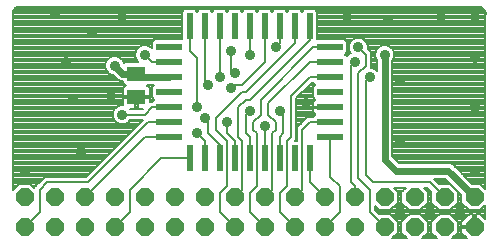
<source format=gtl>
G75*
%MOIN*%
%OFA0B0*%
%FSLAX25Y25*%
%IPPOS*%
%LPD*%
%AMOC8*
5,1,8,0,0,1.08239X$1,22.5*
%
%ADD10R,0.08661X0.02362*%
%ADD11R,0.02362X0.08661*%
%ADD12OC8,0.06000*%
%ADD13R,0.06299X0.05118*%
%ADD14C,0.00800*%
%ADD15C,0.03569*%
%ADD16C,0.02400*%
D10*
X0054760Y0036400D03*
X0054760Y0041400D03*
X0054760Y0046400D03*
X0054760Y0051400D03*
X0054760Y0056400D03*
X0054760Y0061400D03*
X0054760Y0066400D03*
X0108540Y0066400D03*
X0108540Y0061400D03*
X0108540Y0056400D03*
X0108540Y0051400D03*
X0108540Y0046400D03*
X0108540Y0041400D03*
X0108540Y0036400D03*
D11*
X0101650Y0029510D03*
X0096650Y0029510D03*
X0091650Y0029510D03*
X0086650Y0029510D03*
X0081650Y0029510D03*
X0076650Y0029510D03*
X0071650Y0029510D03*
X0066650Y0029510D03*
X0061650Y0029510D03*
X0061650Y0073290D03*
X0066650Y0073290D03*
X0071650Y0073290D03*
X0076650Y0073290D03*
X0081650Y0073290D03*
X0086650Y0073290D03*
X0091650Y0073290D03*
X0096650Y0073290D03*
X0101650Y0073290D03*
D12*
X0006650Y0006400D03*
X0016650Y0006400D03*
X0026650Y0006400D03*
X0036650Y0006400D03*
X0046650Y0006400D03*
X0056650Y0006400D03*
X0066650Y0006400D03*
X0076650Y0006400D03*
X0086650Y0006400D03*
X0096650Y0006400D03*
X0106650Y0006400D03*
X0116650Y0006400D03*
X0126650Y0006400D03*
X0136650Y0006400D03*
X0146650Y0006400D03*
X0156650Y0006400D03*
X0156650Y0016400D03*
X0146650Y0016400D03*
X0136650Y0016400D03*
X0126650Y0016400D03*
X0116650Y0016400D03*
X0106650Y0016400D03*
X0096650Y0016400D03*
X0086650Y0016400D03*
X0076650Y0016400D03*
X0066650Y0016400D03*
X0056650Y0016400D03*
X0046650Y0016400D03*
X0036650Y0016400D03*
X0026650Y0016400D03*
X0016650Y0016400D03*
X0006650Y0016400D03*
D13*
X0043900Y0049713D03*
X0043900Y0057587D03*
D14*
X0039350Y0054987D02*
X0038696Y0054987D01*
X0037740Y0055383D01*
X0036157Y0056966D01*
X0036017Y0056966D01*
X0034846Y0057451D01*
X0033951Y0058346D01*
X0033466Y0059517D01*
X0033466Y0060783D01*
X0033951Y0061954D01*
X0034846Y0062849D01*
X0036017Y0063334D01*
X0037283Y0063334D01*
X0038454Y0062849D01*
X0039349Y0061954D01*
X0039709Y0061085D01*
X0040170Y0061546D01*
X0044501Y0061546D01*
X0043951Y0062096D01*
X0043466Y0063267D01*
X0043466Y0064533D01*
X0043951Y0065704D01*
X0044846Y0066599D01*
X0046017Y0067084D01*
X0047283Y0067084D01*
X0048454Y0066599D01*
X0049030Y0066024D01*
X0049030Y0068161D01*
X0049850Y0068981D01*
X0059069Y0068981D01*
X0059069Y0078200D01*
X0059889Y0079020D01*
X0063411Y0079020D01*
X0064150Y0078281D01*
X0064889Y0079020D01*
X0068411Y0079020D01*
X0069150Y0078281D01*
X0069889Y0079020D01*
X0073411Y0079020D01*
X0074150Y0078281D01*
X0074889Y0079020D01*
X0078411Y0079020D01*
X0079150Y0078281D01*
X0079889Y0079020D01*
X0083411Y0079020D01*
X0084150Y0078281D01*
X0084889Y0079020D01*
X0088411Y0079020D01*
X0089150Y0078281D01*
X0089889Y0079020D01*
X0093411Y0079020D01*
X0094150Y0078281D01*
X0094889Y0079020D01*
X0098411Y0079020D01*
X0099150Y0078281D01*
X0099889Y0079020D01*
X0103411Y0079020D01*
X0104231Y0078200D01*
X0104231Y0068981D01*
X0113450Y0068981D01*
X0114270Y0068161D01*
X0114270Y0064639D01*
X0113531Y0063900D01*
X0114089Y0063342D01*
X0114846Y0064099D01*
X0115448Y0064349D01*
X0115201Y0064596D01*
X0114716Y0065767D01*
X0114716Y0067033D01*
X0115201Y0068204D01*
X0116096Y0069099D01*
X0117267Y0069584D01*
X0118533Y0069584D01*
X0119704Y0069099D01*
X0120599Y0068204D01*
X0121084Y0067033D01*
X0121084Y0065767D01*
X0121083Y0065763D01*
X0121146Y0065700D01*
X0122200Y0064646D01*
X0122200Y0060896D01*
X0122200Y0059584D01*
X0122283Y0059584D01*
X0123454Y0059099D01*
X0124050Y0058503D01*
X0124050Y0061997D01*
X0123951Y0062096D01*
X0123466Y0063267D01*
X0123466Y0064533D01*
X0123951Y0065704D01*
X0124846Y0066599D01*
X0126017Y0067084D01*
X0127283Y0067084D01*
X0128454Y0066599D01*
X0129349Y0065704D01*
X0129834Y0064533D01*
X0129834Y0063267D01*
X0129349Y0062096D01*
X0129250Y0061997D01*
X0129250Y0029977D01*
X0131477Y0027750D01*
X0148417Y0027750D01*
X0149373Y0027354D01*
X0155927Y0020800D01*
X0158473Y0020800D01*
X0160250Y0019023D01*
X0160250Y0076456D01*
X0160172Y0076566D01*
X0160250Y0077020D01*
X0160250Y0077480D01*
X0160299Y0077529D01*
X0160303Y0077583D01*
X0160107Y0078451D01*
X0159594Y0079177D01*
X0158843Y0079652D01*
X0158486Y0079750D01*
X0004400Y0079750D01*
X0003986Y0079695D01*
X0003269Y0079281D01*
X0002855Y0078564D01*
X0002800Y0078150D01*
X0002800Y0018773D01*
X0004827Y0020800D01*
X0008473Y0020800D01*
X0009850Y0019423D01*
X0009850Y0019646D01*
X0012350Y0022146D01*
X0013404Y0023200D01*
X0027154Y0023200D01*
X0046054Y0042100D01*
X0041851Y0042100D01*
X0041849Y0042096D01*
X0040954Y0041201D01*
X0039783Y0040716D01*
X0038517Y0040716D01*
X0037346Y0041201D01*
X0036451Y0042096D01*
X0035966Y0043267D01*
X0035966Y0044533D01*
X0036451Y0045704D01*
X0037346Y0046599D01*
X0038517Y0047084D01*
X0039350Y0047084D01*
X0039350Y0049313D01*
X0043500Y0049313D01*
X0043500Y0050113D01*
X0039350Y0050113D01*
X0039350Y0052456D01*
X0039446Y0052812D01*
X0039630Y0053132D01*
X0039891Y0053392D01*
X0040210Y0053577D01*
X0040402Y0053628D01*
X0040170Y0053628D01*
X0039350Y0054448D01*
X0039350Y0054987D01*
X0039350Y0054520D02*
X0002800Y0054520D01*
X0002800Y0055318D02*
X0037896Y0055318D01*
X0037006Y0056117D02*
X0002800Y0056117D01*
X0002800Y0056915D02*
X0036208Y0056915D01*
X0034583Y0057714D02*
X0002800Y0057714D01*
X0002800Y0058512D02*
X0033882Y0058512D01*
X0033551Y0059311D02*
X0002800Y0059311D01*
X0002800Y0060109D02*
X0033466Y0060109D01*
X0033517Y0060908D02*
X0002800Y0060908D01*
X0002800Y0061706D02*
X0033848Y0061706D01*
X0034502Y0062505D02*
X0002800Y0062505D01*
X0002800Y0063303D02*
X0035942Y0063303D01*
X0037358Y0063303D02*
X0043466Y0063303D01*
X0043466Y0064102D02*
X0002800Y0064102D01*
X0002800Y0064900D02*
X0043618Y0064900D01*
X0043948Y0065699D02*
X0002800Y0065699D01*
X0002800Y0066497D02*
X0044744Y0066497D01*
X0048556Y0066497D02*
X0049030Y0066497D01*
X0049030Y0067296D02*
X0002800Y0067296D01*
X0002800Y0068094D02*
X0049030Y0068094D01*
X0049761Y0068893D02*
X0002800Y0068893D01*
X0002800Y0069691D02*
X0059069Y0069691D01*
X0059069Y0070490D02*
X0002800Y0070490D01*
X0002800Y0071288D02*
X0059069Y0071288D01*
X0059069Y0072087D02*
X0002800Y0072087D01*
X0002800Y0072885D02*
X0059069Y0072885D01*
X0059069Y0073684D02*
X0002800Y0073684D01*
X0002800Y0074482D02*
X0059069Y0074482D01*
X0059069Y0075281D02*
X0002800Y0075281D01*
X0002800Y0076079D02*
X0059069Y0076079D01*
X0059069Y0076878D02*
X0002800Y0076878D01*
X0002800Y0077676D02*
X0059069Y0077676D01*
X0059343Y0078475D02*
X0002843Y0078475D01*
X0003264Y0079273D02*
X0159441Y0079273D01*
X0160090Y0078475D02*
X0103957Y0078475D01*
X0104231Y0077676D02*
X0160282Y0077676D01*
X0160226Y0076878D02*
X0104231Y0076878D01*
X0104231Y0076079D02*
X0160250Y0076079D01*
X0160250Y0075281D02*
X0104231Y0075281D01*
X0104231Y0074482D02*
X0160250Y0074482D01*
X0160250Y0073684D02*
X0104231Y0073684D01*
X0104231Y0072885D02*
X0160250Y0072885D01*
X0160250Y0072087D02*
X0104231Y0072087D01*
X0104231Y0071288D02*
X0160250Y0071288D01*
X0160250Y0070490D02*
X0104231Y0070490D01*
X0104231Y0069691D02*
X0160250Y0069691D01*
X0160250Y0068893D02*
X0119910Y0068893D01*
X0120645Y0068094D02*
X0160250Y0068094D01*
X0160250Y0067296D02*
X0120976Y0067296D01*
X0121084Y0066497D02*
X0124744Y0066497D01*
X0123948Y0065699D02*
X0121147Y0065699D01*
X0121945Y0064900D02*
X0123618Y0064900D01*
X0123466Y0064102D02*
X0122200Y0064102D01*
X0122200Y0063303D02*
X0123466Y0063303D01*
X0123781Y0062505D02*
X0122200Y0062505D01*
X0122200Y0061706D02*
X0124050Y0061706D01*
X0124050Y0060908D02*
X0122200Y0060908D01*
X0122200Y0060109D02*
X0124050Y0060109D01*
X0124050Y0059311D02*
X0122944Y0059311D01*
X0124041Y0058512D02*
X0124050Y0058512D01*
X0121650Y0056400D02*
X0120400Y0055150D01*
X0120400Y0023900D01*
X0122900Y0021400D01*
X0141650Y0021400D01*
X0146650Y0016400D01*
X0142250Y0016191D02*
X0141050Y0016191D01*
X0141050Y0015393D02*
X0142250Y0015393D01*
X0142250Y0014594D02*
X0141050Y0014594D01*
X0141050Y0014577D02*
X0141050Y0018223D01*
X0139673Y0019600D01*
X0140904Y0019600D01*
X0142266Y0018238D01*
X0142250Y0018223D01*
X0142250Y0014577D01*
X0144827Y0012000D01*
X0148473Y0012000D01*
X0151050Y0014577D01*
X0151050Y0018223D01*
X0148473Y0020800D01*
X0144827Y0020800D01*
X0144812Y0020784D01*
X0143046Y0022550D01*
X0146823Y0022550D01*
X0152250Y0017123D01*
X0152250Y0014577D01*
X0154827Y0012000D01*
X0158473Y0012000D01*
X0160250Y0013777D01*
X0160250Y0009023D01*
X0158473Y0010800D01*
X0157050Y0010800D01*
X0157050Y0006800D01*
X0156250Y0006800D01*
X0156250Y0010800D01*
X0154827Y0010800D01*
X0152250Y0008223D01*
X0152250Y0006800D01*
X0156250Y0006800D01*
X0156250Y0006000D01*
X0152250Y0006000D01*
X0152250Y0004577D01*
X0154027Y0002800D01*
X0149273Y0002800D01*
X0151050Y0004577D01*
X0151050Y0008223D01*
X0148473Y0010800D01*
X0144827Y0010800D01*
X0142250Y0008223D01*
X0142250Y0004577D01*
X0144027Y0002800D01*
X0139273Y0002800D01*
X0141050Y0004577D01*
X0141050Y0008223D01*
X0138473Y0010800D01*
X0134827Y0010800D01*
X0132250Y0008223D01*
X0132250Y0004577D01*
X0134027Y0002800D01*
X0129273Y0002800D01*
X0131050Y0004577D01*
X0131050Y0008223D01*
X0128473Y0010800D01*
X0124827Y0010800D01*
X0124812Y0010784D01*
X0123450Y0012146D01*
X0123450Y0013377D01*
X0124827Y0012000D01*
X0128473Y0012000D01*
X0131050Y0014577D01*
X0131050Y0018223D01*
X0129673Y0019600D01*
X0133627Y0019600D01*
X0132250Y0018223D01*
X0132250Y0014577D01*
X0134827Y0012000D01*
X0138473Y0012000D01*
X0141050Y0014577D01*
X0140268Y0013796D02*
X0143032Y0013796D01*
X0143830Y0012997D02*
X0139470Y0012997D01*
X0138671Y0012199D02*
X0144629Y0012199D01*
X0144629Y0010601D02*
X0138671Y0010601D01*
X0139470Y0009803D02*
X0143830Y0009803D01*
X0143032Y0009004D02*
X0140268Y0009004D01*
X0141050Y0008206D02*
X0142250Y0008206D01*
X0142250Y0007407D02*
X0141050Y0007407D01*
X0141050Y0006609D02*
X0142250Y0006609D01*
X0142250Y0005810D02*
X0141050Y0005810D01*
X0141050Y0005012D02*
X0142250Y0005012D01*
X0142614Y0004213D02*
X0140686Y0004213D01*
X0139887Y0003415D02*
X0143413Y0003415D01*
X0149887Y0003415D02*
X0153413Y0003415D01*
X0152614Y0004213D02*
X0150686Y0004213D01*
X0151050Y0005012D02*
X0152250Y0005012D01*
X0152250Y0005810D02*
X0151050Y0005810D01*
X0151050Y0006609D02*
X0156250Y0006609D01*
X0156250Y0007407D02*
X0157050Y0007407D01*
X0157050Y0008206D02*
X0156250Y0008206D01*
X0156250Y0009004D02*
X0157050Y0009004D01*
X0157050Y0009803D02*
X0156250Y0009803D01*
X0156250Y0010601D02*
X0157050Y0010601D01*
X0158671Y0010601D02*
X0160250Y0010601D01*
X0160250Y0009803D02*
X0159470Y0009803D01*
X0160250Y0011400D02*
X0124196Y0011400D01*
X0124629Y0012199D02*
X0123450Y0012199D01*
X0123450Y0012997D02*
X0123830Y0012997D01*
X0121650Y0011400D02*
X0121650Y0018900D01*
X0117900Y0022650D01*
X0117900Y0057650D01*
X0120400Y0060150D01*
X0120400Y0063900D01*
X0117900Y0066400D01*
X0114716Y0066497D02*
X0114270Y0066497D01*
X0114270Y0065699D02*
X0114744Y0065699D01*
X0115075Y0064900D02*
X0114270Y0064900D01*
X0113733Y0064102D02*
X0114852Y0064102D01*
X0116650Y0061400D02*
X0115400Y0060150D01*
X0115400Y0021400D01*
X0116650Y0020150D01*
X0116650Y0016400D01*
X0111650Y0020150D02*
X0111650Y0011400D01*
X0106650Y0006400D01*
X0096650Y0006400D02*
X0091650Y0011400D01*
X0091650Y0017650D01*
X0094150Y0020150D01*
X0094150Y0035150D01*
X0095400Y0036400D01*
X0095400Y0050150D01*
X0101650Y0056400D01*
X0108540Y0056400D01*
X0103548Y0053900D02*
X0102809Y0053161D01*
X0102809Y0049639D01*
X0103601Y0048847D01*
X0103349Y0048701D01*
X0103089Y0048441D01*
X0102904Y0048121D01*
X0102809Y0047765D01*
X0102809Y0046591D01*
X0108349Y0046591D01*
X0108349Y0046209D01*
X0102809Y0046209D01*
X0102809Y0045035D01*
X0102904Y0044679D01*
X0103089Y0044359D01*
X0103349Y0044099D01*
X0103601Y0043953D01*
X0102848Y0043200D01*
X0100904Y0043200D01*
X0099850Y0042146D01*
X0097350Y0039646D01*
X0097350Y0035241D01*
X0096787Y0035241D01*
X0097200Y0035654D01*
X0097200Y0049404D01*
X0102396Y0054600D01*
X0102848Y0054600D01*
X0103548Y0053900D01*
X0103369Y0053721D02*
X0101517Y0053721D01*
X0102315Y0054520D02*
X0102928Y0054520D01*
X0102809Y0052923D02*
X0100718Y0052923D01*
X0099920Y0052124D02*
X0102809Y0052124D01*
X0102809Y0051326D02*
X0099121Y0051326D01*
X0098323Y0050527D02*
X0102809Y0050527D01*
X0102809Y0049729D02*
X0097524Y0049729D01*
X0097200Y0048930D02*
X0103518Y0048930D01*
X0102910Y0048132D02*
X0097200Y0048132D01*
X0097200Y0047333D02*
X0102809Y0047333D01*
X0102809Y0045736D02*
X0097200Y0045736D01*
X0097200Y0046534D02*
X0108349Y0046534D01*
X0103309Y0044139D02*
X0097200Y0044139D01*
X0097200Y0044937D02*
X0102835Y0044937D01*
X0102989Y0043340D02*
X0097200Y0043340D01*
X0097200Y0042542D02*
X0100246Y0042542D01*
X0099448Y0041743D02*
X0097200Y0041743D01*
X0097200Y0040945D02*
X0098649Y0040945D01*
X0097851Y0040146D02*
X0097200Y0040146D01*
X0097200Y0039348D02*
X0097350Y0039348D01*
X0097350Y0038549D02*
X0097200Y0038549D01*
X0097200Y0037751D02*
X0097350Y0037751D01*
X0097350Y0036952D02*
X0097200Y0036952D01*
X0097200Y0036154D02*
X0097350Y0036154D01*
X0097350Y0035355D02*
X0096901Y0035355D01*
X0092900Y0037650D02*
X0092900Y0043900D01*
X0091650Y0045150D01*
X0087900Y0043900D02*
X0087900Y0047650D01*
X0101650Y0061400D01*
X0108540Y0061400D01*
X0108540Y0066400D02*
X0102900Y0066400D01*
X0085400Y0048900D01*
X0085400Y0043900D01*
X0082900Y0041400D01*
X0082900Y0038900D01*
X0084150Y0037650D01*
X0084150Y0020150D01*
X0081650Y0017650D01*
X0081650Y0011400D01*
X0086650Y0006400D01*
X0076650Y0006400D02*
X0071650Y0011400D01*
X0071650Y0017650D01*
X0074150Y0020150D01*
X0074150Y0035150D01*
X0070400Y0038900D01*
X0070400Y0042650D01*
X0079150Y0051400D01*
X0080400Y0051400D01*
X0096650Y0067650D01*
X0096650Y0073290D01*
X0091650Y0073290D02*
X0091650Y0067650D01*
X0090400Y0066400D01*
X0081650Y0063900D02*
X0081650Y0073290D01*
X0086650Y0073290D02*
X0086650Y0061400D01*
X0079150Y0053900D01*
X0076650Y0053900D01*
X0075400Y0052650D01*
X0071650Y0056400D02*
X0071650Y0073290D01*
X0066650Y0073290D02*
X0066650Y0055150D01*
X0067900Y0053900D01*
X0075400Y0058900D02*
X0076650Y0057650D01*
X0075400Y0058900D02*
X0075400Y0065150D01*
X0064150Y0062650D02*
X0061650Y0065150D01*
X0061650Y0073290D01*
X0063957Y0078475D02*
X0064343Y0078475D01*
X0068957Y0078475D02*
X0069343Y0078475D01*
X0073957Y0078475D02*
X0074343Y0078475D01*
X0078957Y0078475D02*
X0079343Y0078475D01*
X0083957Y0078475D02*
X0084343Y0078475D01*
X0088957Y0078475D02*
X0089343Y0078475D01*
X0093957Y0078475D02*
X0094343Y0078475D01*
X0098957Y0078475D02*
X0099343Y0078475D01*
X0101650Y0073290D02*
X0101650Y0068900D01*
X0081650Y0048900D01*
X0080400Y0048900D01*
X0077900Y0046400D01*
X0077900Y0036400D01*
X0079150Y0035150D01*
X0079150Y0018900D01*
X0076650Y0016400D01*
X0086650Y0016400D02*
X0089150Y0018900D01*
X0089150Y0037650D01*
X0090400Y0038900D01*
X0090400Y0041400D01*
X0087900Y0043900D01*
X0081650Y0045150D02*
X0080400Y0043900D01*
X0080400Y0037650D01*
X0081650Y0036400D01*
X0081650Y0029510D01*
X0076650Y0029510D02*
X0076650Y0035150D01*
X0074150Y0037650D01*
X0074150Y0041400D01*
X0067900Y0041400D02*
X0067900Y0037650D01*
X0071650Y0033900D01*
X0071650Y0029510D01*
X0066650Y0029510D02*
X0066650Y0035150D01*
X0064150Y0037650D01*
X0067900Y0041400D02*
X0066650Y0042650D01*
X0064150Y0046400D02*
X0064150Y0062650D01*
X0054760Y0061400D02*
X0049150Y0061400D01*
X0046650Y0063900D01*
X0044341Y0061706D02*
X0039452Y0061706D01*
X0038798Y0062505D02*
X0043781Y0062505D01*
X0040077Y0053721D02*
X0002800Y0053721D01*
X0002800Y0052923D02*
X0039509Y0052923D01*
X0039350Y0052124D02*
X0002800Y0052124D01*
X0002800Y0051326D02*
X0039350Y0051326D01*
X0039350Y0050527D02*
X0002800Y0050527D01*
X0002800Y0049729D02*
X0043500Y0049729D01*
X0043500Y0049313D02*
X0044300Y0049313D01*
X0044300Y0050113D01*
X0048450Y0050113D01*
X0048450Y0052456D01*
X0048354Y0052812D01*
X0048170Y0053132D01*
X0047909Y0053392D01*
X0047590Y0053577D01*
X0047398Y0053628D01*
X0047630Y0053628D01*
X0047802Y0053800D01*
X0049669Y0053800D01*
X0049030Y0053161D01*
X0049030Y0049639D01*
X0049769Y0048900D01*
X0049069Y0048200D01*
X0048450Y0048200D01*
X0048450Y0049313D01*
X0044300Y0049313D01*
X0044300Y0045754D01*
X0045958Y0045754D01*
X0045904Y0045700D01*
X0041851Y0045700D01*
X0041849Y0045704D01*
X0041799Y0045754D01*
X0043500Y0045754D01*
X0043500Y0049313D01*
X0043500Y0048930D02*
X0044300Y0048930D01*
X0044300Y0048132D02*
X0043500Y0048132D01*
X0043500Y0047333D02*
X0044300Y0047333D01*
X0044300Y0046534D02*
X0043500Y0046534D01*
X0041817Y0045736D02*
X0045940Y0045736D01*
X0046650Y0043900D02*
X0039150Y0043900D01*
X0041497Y0041743D02*
X0045698Y0041743D01*
X0044899Y0040945D02*
X0040337Y0040945D01*
X0037963Y0040945D02*
X0002800Y0040945D01*
X0002800Y0041743D02*
X0036803Y0041743D01*
X0036266Y0042542D02*
X0002800Y0042542D01*
X0002800Y0043340D02*
X0035966Y0043340D01*
X0035966Y0044139D02*
X0002800Y0044139D01*
X0002800Y0044937D02*
X0036133Y0044937D01*
X0036483Y0045736D02*
X0002800Y0045736D01*
X0002800Y0046534D02*
X0037281Y0046534D01*
X0039350Y0047333D02*
X0002800Y0047333D01*
X0002800Y0048132D02*
X0039350Y0048132D01*
X0039350Y0048930D02*
X0002800Y0048930D01*
X0002800Y0040146D02*
X0044101Y0040146D01*
X0043302Y0039348D02*
X0002800Y0039348D01*
X0002800Y0038549D02*
X0042504Y0038549D01*
X0041705Y0037751D02*
X0002800Y0037751D01*
X0002800Y0036952D02*
X0040907Y0036952D01*
X0040108Y0036154D02*
X0002800Y0036154D01*
X0002800Y0035355D02*
X0039310Y0035355D01*
X0038511Y0034557D02*
X0002800Y0034557D01*
X0002800Y0033758D02*
X0037713Y0033758D01*
X0036914Y0032960D02*
X0002800Y0032960D01*
X0002800Y0032161D02*
X0036116Y0032161D01*
X0035317Y0031363D02*
X0002800Y0031363D01*
X0002800Y0030564D02*
X0034519Y0030564D01*
X0033720Y0029766D02*
X0002800Y0029766D01*
X0002800Y0028967D02*
X0032922Y0028967D01*
X0032123Y0028169D02*
X0002800Y0028169D01*
X0002800Y0027370D02*
X0031325Y0027370D01*
X0030526Y0026572D02*
X0002800Y0026572D01*
X0002800Y0025773D02*
X0029728Y0025773D01*
X0028929Y0024975D02*
X0002800Y0024975D01*
X0002800Y0024176D02*
X0028131Y0024176D01*
X0027332Y0023378D02*
X0002800Y0023378D01*
X0002800Y0022579D02*
X0012784Y0022579D01*
X0011985Y0021781D02*
X0002800Y0021781D01*
X0002800Y0020982D02*
X0011187Y0020982D01*
X0010388Y0020184D02*
X0009089Y0020184D01*
X0011650Y0018900D02*
X0014150Y0021400D01*
X0027900Y0021400D01*
X0047900Y0041400D01*
X0054760Y0041400D01*
X0054760Y0046400D02*
X0049150Y0046400D01*
X0046650Y0043900D01*
X0048450Y0048930D02*
X0049738Y0048930D01*
X0049030Y0049729D02*
X0044300Y0049729D01*
X0048450Y0050527D02*
X0049030Y0050527D01*
X0049030Y0051326D02*
X0048450Y0051326D01*
X0048450Y0052124D02*
X0049030Y0052124D01*
X0049030Y0052923D02*
X0048291Y0052923D01*
X0047723Y0053721D02*
X0049590Y0053721D01*
X0046650Y0036400D02*
X0026650Y0016400D01*
X0036650Y0006400D02*
X0041650Y0011400D01*
X0041650Y0018900D01*
X0052260Y0029510D01*
X0061650Y0029510D01*
X0054760Y0036400D02*
X0046650Y0036400D01*
X0011650Y0018900D02*
X0011650Y0011400D01*
X0006650Y0006400D01*
X0003413Y0019385D02*
X0002800Y0019385D01*
X0002800Y0020184D02*
X0004211Y0020184D01*
X0086650Y0029510D02*
X0086650Y0040150D01*
X0091650Y0036400D02*
X0092900Y0037650D01*
X0091650Y0036400D02*
X0091650Y0029510D01*
X0101650Y0029510D02*
X0101650Y0021400D01*
X0106650Y0016400D01*
X0111650Y0020150D02*
X0108540Y0023260D01*
X0108540Y0036400D01*
X0108540Y0041400D02*
X0101650Y0041400D01*
X0099150Y0038900D01*
X0099150Y0018900D01*
X0096650Y0016400D01*
X0121650Y0011400D02*
X0126650Y0006400D01*
X0129887Y0003415D02*
X0133413Y0003415D01*
X0132614Y0004213D02*
X0130686Y0004213D01*
X0131050Y0005012D02*
X0132250Y0005012D01*
X0132250Y0005810D02*
X0131050Y0005810D01*
X0131050Y0006609D02*
X0132250Y0006609D01*
X0132250Y0007407D02*
X0131050Y0007407D01*
X0131050Y0008206D02*
X0132250Y0008206D01*
X0133032Y0009004D02*
X0130268Y0009004D01*
X0129470Y0009803D02*
X0133830Y0009803D01*
X0134629Y0010601D02*
X0128671Y0010601D01*
X0128671Y0012199D02*
X0134629Y0012199D01*
X0133830Y0012997D02*
X0129470Y0012997D01*
X0130268Y0013796D02*
X0133032Y0013796D01*
X0132250Y0014594D02*
X0131050Y0014594D01*
X0131050Y0015393D02*
X0132250Y0015393D01*
X0132250Y0016191D02*
X0131050Y0016191D01*
X0131050Y0016990D02*
X0132250Y0016990D01*
X0132250Y0017788D02*
X0131050Y0017788D01*
X0130686Y0018587D02*
X0132614Y0018587D01*
X0133413Y0019385D02*
X0129887Y0019385D01*
X0139887Y0019385D02*
X0141119Y0019385D01*
X0140686Y0018587D02*
X0141918Y0018587D01*
X0142250Y0017788D02*
X0141050Y0017788D01*
X0141050Y0016990D02*
X0142250Y0016990D01*
X0144613Y0020982D02*
X0148391Y0020982D01*
X0149089Y0020184D02*
X0149189Y0020184D01*
X0149887Y0019385D02*
X0149988Y0019385D01*
X0150686Y0018587D02*
X0150786Y0018587D01*
X0151050Y0017788D02*
X0151585Y0017788D01*
X0151050Y0016990D02*
X0152250Y0016990D01*
X0152250Y0016191D02*
X0151050Y0016191D01*
X0151050Y0015393D02*
X0152250Y0015393D01*
X0152250Y0014594D02*
X0151050Y0014594D01*
X0150268Y0013796D02*
X0153032Y0013796D01*
X0153830Y0012997D02*
X0149470Y0012997D01*
X0148671Y0012199D02*
X0154629Y0012199D01*
X0154629Y0010601D02*
X0148671Y0010601D01*
X0149470Y0009803D02*
X0153830Y0009803D01*
X0153032Y0009004D02*
X0150268Y0009004D01*
X0151050Y0008206D02*
X0152250Y0008206D01*
X0152250Y0007407D02*
X0151050Y0007407D01*
X0158671Y0012199D02*
X0160250Y0012199D01*
X0160250Y0012997D02*
X0159470Y0012997D01*
X0159887Y0019385D02*
X0160250Y0019385D01*
X0160250Y0020184D02*
X0159089Y0020184D01*
X0160250Y0020982D02*
X0155745Y0020982D01*
X0154946Y0021781D02*
X0160250Y0021781D01*
X0160250Y0022579D02*
X0154148Y0022579D01*
X0153349Y0023378D02*
X0160250Y0023378D01*
X0160250Y0024176D02*
X0152551Y0024176D01*
X0151752Y0024975D02*
X0160250Y0024975D01*
X0160250Y0025773D02*
X0150954Y0025773D01*
X0150155Y0026572D02*
X0160250Y0026572D01*
X0160250Y0027370D02*
X0149334Y0027370D01*
X0147592Y0021781D02*
X0143815Y0021781D01*
X0131058Y0028169D02*
X0160250Y0028169D01*
X0160250Y0028967D02*
X0130260Y0028967D01*
X0129461Y0029766D02*
X0160250Y0029766D01*
X0160250Y0030564D02*
X0129250Y0030564D01*
X0129250Y0031363D02*
X0160250Y0031363D01*
X0160250Y0032161D02*
X0129250Y0032161D01*
X0129250Y0032960D02*
X0160250Y0032960D01*
X0160250Y0033758D02*
X0129250Y0033758D01*
X0129250Y0034557D02*
X0160250Y0034557D01*
X0160250Y0035355D02*
X0129250Y0035355D01*
X0129250Y0036154D02*
X0160250Y0036154D01*
X0160250Y0036952D02*
X0129250Y0036952D01*
X0129250Y0037751D02*
X0160250Y0037751D01*
X0160250Y0038549D02*
X0129250Y0038549D01*
X0129250Y0039348D02*
X0160250Y0039348D01*
X0160250Y0040146D02*
X0129250Y0040146D01*
X0129250Y0040945D02*
X0160250Y0040945D01*
X0160250Y0041743D02*
X0129250Y0041743D01*
X0129250Y0042542D02*
X0160250Y0042542D01*
X0160250Y0043340D02*
X0129250Y0043340D01*
X0129250Y0044139D02*
X0160250Y0044139D01*
X0160250Y0044937D02*
X0129250Y0044937D01*
X0129250Y0045736D02*
X0160250Y0045736D01*
X0160250Y0046534D02*
X0129250Y0046534D01*
X0129250Y0047333D02*
X0160250Y0047333D01*
X0160250Y0048132D02*
X0129250Y0048132D01*
X0129250Y0048930D02*
X0160250Y0048930D01*
X0160250Y0049729D02*
X0129250Y0049729D01*
X0129250Y0050527D02*
X0160250Y0050527D01*
X0160250Y0051326D02*
X0129250Y0051326D01*
X0129250Y0052124D02*
X0160250Y0052124D01*
X0160250Y0052923D02*
X0129250Y0052923D01*
X0129250Y0053721D02*
X0160250Y0053721D01*
X0160250Y0054520D02*
X0129250Y0054520D01*
X0129250Y0055318D02*
X0160250Y0055318D01*
X0160250Y0056117D02*
X0129250Y0056117D01*
X0129250Y0056915D02*
X0160250Y0056915D01*
X0160250Y0057714D02*
X0129250Y0057714D01*
X0129250Y0058512D02*
X0160250Y0058512D01*
X0160250Y0059311D02*
X0129250Y0059311D01*
X0129250Y0060109D02*
X0160250Y0060109D01*
X0160250Y0060908D02*
X0129250Y0060908D01*
X0129250Y0061706D02*
X0160250Y0061706D01*
X0160250Y0062505D02*
X0129519Y0062505D01*
X0129834Y0063303D02*
X0160250Y0063303D01*
X0160250Y0064102D02*
X0129834Y0064102D01*
X0129682Y0064900D02*
X0160250Y0064900D01*
X0160250Y0065699D02*
X0129352Y0065699D01*
X0128556Y0066497D02*
X0160250Y0066497D01*
X0115890Y0068893D02*
X0113539Y0068893D01*
X0114270Y0068094D02*
X0115155Y0068094D01*
X0114824Y0067296D02*
X0114270Y0067296D01*
D15*
X0117900Y0066400D03*
X0126650Y0063900D03*
X0116650Y0061400D03*
X0121650Y0056400D03*
X0131650Y0055150D03*
X0156650Y0062650D03*
X0156650Y0076400D03*
X0145400Y0076400D03*
X0127900Y0075150D03*
X0114150Y0076400D03*
X0090400Y0066400D03*
X0081650Y0063900D03*
X0075400Y0065150D03*
X0076650Y0057650D03*
X0071650Y0056400D03*
X0067900Y0053900D03*
X0075400Y0052650D03*
X0064150Y0046400D03*
X0066650Y0042650D03*
X0064150Y0037650D03*
X0074150Y0041400D03*
X0081650Y0045150D03*
X0086650Y0040150D03*
X0091650Y0045150D03*
X0100400Y0047650D03*
X0131650Y0035150D03*
X0156650Y0025150D03*
X0151650Y0011400D03*
X0141650Y0011400D03*
X0131650Y0011400D03*
X0156650Y0046400D03*
X0046650Y0063900D03*
X0036650Y0060150D03*
X0020400Y0061400D03*
X0029150Y0071400D03*
X0039150Y0076400D03*
X0016650Y0077650D03*
X0035400Y0050150D03*
X0039150Y0043900D03*
X0022900Y0048900D03*
X0025400Y0031400D03*
X0006650Y0025150D03*
D16*
X0043900Y0057587D02*
X0045087Y0056400D01*
X0054760Y0056400D01*
X0043900Y0057587D02*
X0039213Y0057587D01*
X0036650Y0060150D01*
X0126650Y0063900D02*
X0126650Y0028900D01*
X0130400Y0025150D01*
X0147900Y0025150D01*
X0156650Y0016400D01*
M02*

</source>
